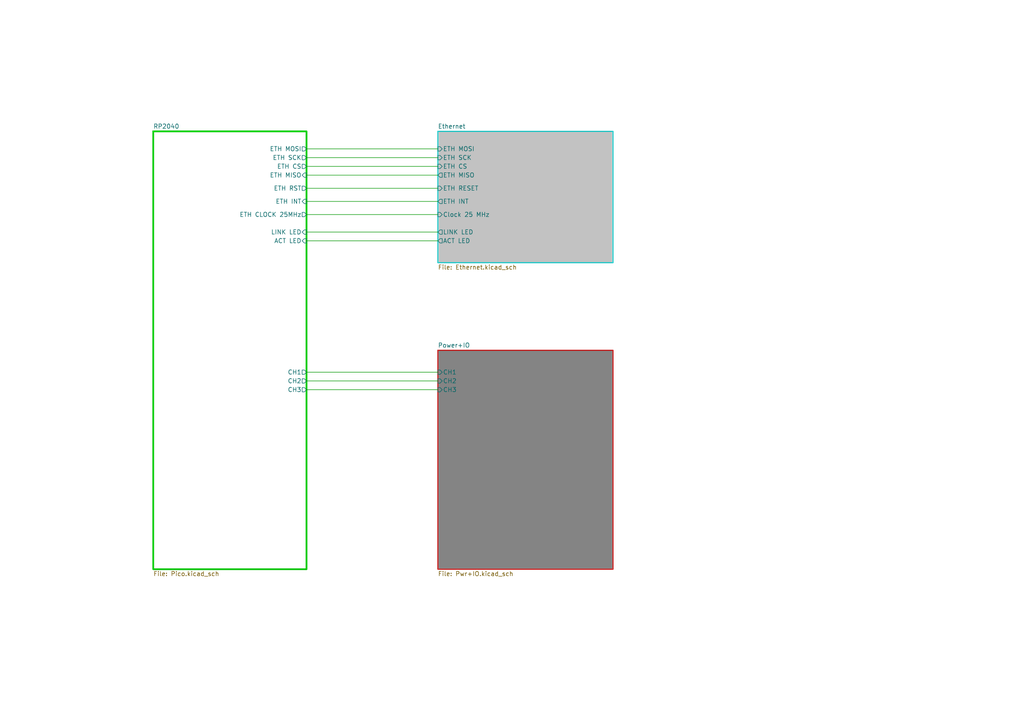
<source format=kicad_sch>
(kicad_sch (version 20230121) (generator eeschema)

  (uuid a2ea94cb-4178-4727-9ac9-0e597b4a505d)

  (paper "A4")

  (lib_symbols
  )


  (wire (pts (xy 88.9 48.26) (xy 127 48.26))
    (stroke (width 0) (type default))
    (uuid 1053f146-4f27-46cb-928d-15f5ac91dfbc)
  )
  (wire (pts (xy 88.9 113.03) (xy 127 113.03))
    (stroke (width 0) (type default))
    (uuid 17090d65-7eb2-4a05-90bd-726d60699187)
  )
  (wire (pts (xy 88.9 67.31) (xy 127 67.31))
    (stroke (width 0) (type default))
    (uuid 28130c5d-94f1-4b59-a9cf-c7a4d356b061)
  )
  (wire (pts (xy 88.9 62.23) (xy 127 62.23))
    (stroke (width 0) (type default))
    (uuid 2d4dade8-38f2-454c-9626-6a073ae3ec47)
  )
  (wire (pts (xy 88.9 58.42) (xy 127 58.42))
    (stroke (width 0) (type default))
    (uuid 5f1b71e6-5fc2-431a-a389-210f86d24c10)
  )
  (wire (pts (xy 88.9 110.49) (xy 127 110.49))
    (stroke (width 0) (type default))
    (uuid 66e07c69-1bff-47c8-aee7-f199799b962a)
  )
  (wire (pts (xy 88.9 107.95) (xy 127 107.95))
    (stroke (width 0) (type default))
    (uuid 855604f0-e876-40a5-b485-b20ee38e48cd)
  )
  (wire (pts (xy 88.9 45.72) (xy 127 45.72))
    (stroke (width 0) (type default))
    (uuid ab7acea7-3957-4835-bf3e-e1e27fcfb5a6)
  )
  (wire (pts (xy 88.9 50.8) (xy 127 50.8))
    (stroke (width 0) (type default))
    (uuid c06ee729-47c4-4d22-b4db-16d76ced38de)
  )
  (wire (pts (xy 88.9 43.18) (xy 127 43.18))
    (stroke (width 0) (type default))
    (uuid cbf095ca-dc8b-49f9-80fd-992a80a1a2a5)
  )
  (wire (pts (xy 88.9 69.85) (xy 127 69.85))
    (stroke (width 0) (type default))
    (uuid f15baf43-8578-45f6-ba62-fc11ecf22d4a)
  )
  (wire (pts (xy 88.9 54.61) (xy 127 54.61))
    (stroke (width 0) (type default))
    (uuid f493e64d-b718-4692-b5fe-e3e611d56924)
  )

  (sheet (at 127 38.1) (size 50.8 38.1) (fields_autoplaced)
    (stroke (width 0.3) (type solid) (color 0 194 194 1))
    (fill (color 194 194 194 1.0000))
    (uuid 5e10769e-2c76-442d-969e-a77f15adcbc3)
    (property "Sheetname" "Ethernet" (at 127 37.3884 0)
      (effects (font (size 1.27 1.27)) (justify left bottom))
    )
    (property "Sheetfile" "Ethernet.kicad_sch" (at 127 76.7846 0)
      (effects (font (size 1.27 1.27)) (justify left top))
    )
    (pin "ETH SCK" input (at 127 45.72 180)
      (effects (font (size 1.27 1.27)) (justify left))
      (uuid 4e875ca2-51e2-41fb-9ac1-d3e52ec64b42)
    )
    (pin "ETH CS" input (at 127 48.26 180)
      (effects (font (size 1.27 1.27)) (justify left))
      (uuid 49c4f3c7-8178-46f5-8012-2c6b8ce6d705)
    )
    (pin "ETH INT" output (at 127 58.42 180)
      (effects (font (size 1.27 1.27)) (justify left))
      (uuid c3e56622-f7f5-4784-aad8-da9b61486247)
    )
    (pin "ETH RESET" input (at 127 54.61 180)
      (effects (font (size 1.27 1.27)) (justify left))
      (uuid 17fab534-59d5-4405-b138-c3ff842972b4)
    )
    (pin "ETH MISO" output (at 127 50.8 180)
      (effects (font (size 1.27 1.27)) (justify left))
      (uuid e2b5baac-93c3-4268-9f1c-a101a99e5350)
    )
    (pin "ETH MOSI" input (at 127 43.18 180)
      (effects (font (size 1.27 1.27)) (justify left))
      (uuid 8ce87696-4f03-4c50-9812-0059c66d4830)
    )
    (pin "Clock 25 MHz" input (at 127 62.23 180)
      (effects (font (size 1.27 1.27)) (justify left))
      (uuid 5ca802b5-5a73-4a10-9138-a794437a5d2c)
    )
    (pin "LINK LED" output (at 127 67.31 180)
      (effects (font (size 1.27 1.27)) (justify left))
      (uuid 71e1bb75-39fb-480a-ba6f-39dd15fa29ab)
    )
    (pin "ACT LED" output (at 127 69.85 180)
      (effects (font (size 1.27 1.27)) (justify left))
      (uuid f538d6e5-3789-407f-8237-8e0f0486e3f0)
    )
    (instances
      (project "Controller"
        (path "/a2ea94cb-4178-4727-9ac9-0e597b4a505d" (page "3"))
      )
    )
  )

  (sheet (at 127 101.6) (size 50.8 63.5) (fields_autoplaced)
    (stroke (width 0.3) (type solid) (color 194 0 0 1))
    (fill (color 132 132 132 1.0000))
    (uuid 7516d84f-d298-4f48-8b5d-a736b2d19d1b)
    (property "Sheetname" "Power+IO" (at 127 100.8884 0)
      (effects (font (size 1.27 1.27)) (justify left bottom))
    )
    (property "Sheetfile" "Pwr+IO.kicad_sch" (at 127 165.6846 0)
      (effects (font (size 1.27 1.27)) (justify left top))
    )
    (pin "CH3" input (at 127 113.03 180)
      (effects (font (size 1.27 1.27)) (justify left))
      (uuid 5fe40b03-bd45-4ea8-9650-9da90ca397f8)
    )
    (pin "CH2" input (at 127 110.49 180)
      (effects (font (size 1.27 1.27)) (justify left))
      (uuid b34d82fc-0057-41bd-9fc6-fb49b9d22768)
    )
    (pin "CH1" input (at 127 107.95 180)
      (effects (font (size 1.27 1.27)) (justify left))
      (uuid 0b08225e-a08e-4090-84ab-10e7b40f96e5)
    )
    (instances
      (project "Controller"
        (path "/a2ea94cb-4178-4727-9ac9-0e597b4a505d" (page "4"))
      )
    )
  )

  (sheet (at 44.45 38.1) (size 44.45 127) (fields_autoplaced)
    (stroke (width 0.5) (type solid) (color 0 194 0 1))
    (fill (color 255 255 255 1.0000))
    (uuid b4def931-2d28-466e-81ae-3813755f1fa9)
    (property "Sheetname" "RP2040" (at 44.45 37.3884 0)
      (effects (font (size 1.27 1.27)) (justify left bottom))
    )
    (property "Sheetfile" "Pico.kicad_sch" (at 44.45 165.6846 0)
      (effects (font (size 1.27 1.27)) (justify left top))
    )
    (pin "CH1" output (at 88.9 107.95 0)
      (effects (font (size 1.27 1.27)) (justify right))
      (uuid 18f09723-559e-40e9-9cc5-91c7d3d35fb2)
    )
    (pin "CH2" output (at 88.9 110.49 0)
      (effects (font (size 1.27 1.27)) (justify right))
      (uuid 6236c421-91a5-48ec-9bb6-a61ee70bc742)
    )
    (pin "CH3" output (at 88.9 113.03 0)
      (effects (font (size 1.27 1.27)) (justify right))
      (uuid 0c37898d-28a1-4522-b8b0-9b479a797393)
    )
    (pin "ETH MOSI" output (at 88.9 43.18 0)
      (effects (font (size 1.27 1.27)) (justify right))
      (uuid 83265b47-2b4f-481a-99dc-ff7b6cdb3356)
    )
    (pin "ETH SCK" output (at 88.9 45.72 0)
      (effects (font (size 1.27 1.27)) (justify right))
      (uuid 2f7b28ef-5e4c-4835-a63b-de3da1d276cd)
    )
    (pin "ETH CS" output (at 88.9 48.26 0)
      (effects (font (size 1.27 1.27)) (justify right))
      (uuid 90d9d6a3-5dc1-4a91-9165-1f19be8a697f)
    )
    (pin "ETH MISO" input (at 88.9 50.8 0)
      (effects (font (size 1.27 1.27)) (justify right))
      (uuid a1a96306-3d43-429a-848e-710b3eebfe2a)
    )
    (pin "ETH RST" output (at 88.9 54.61 0)
      (effects (font (size 1.27 1.27)) (justify right))
      (uuid 9b65c3c7-43e6-4477-b13b-f4e57264c242)
    )
    (pin "ETH INT" input (at 88.9 58.42 0)
      (effects (font (size 1.27 1.27)) (justify right))
      (uuid ac521761-86a0-4d0a-88d4-0d7d77425b9d)
    )
    (pin "ETH CLOCK 25MHz" output (at 88.9 62.23 0)
      (effects (font (size 1.27 1.27)) (justify right))
      (uuid 79cdb78c-9232-4947-876c-88138261d8c1)
    )
    (pin "ACT LED" input (at 88.9 69.85 0)
      (effects (font (size 1.27 1.27)) (justify right))
      (uuid ba250986-9f91-46fe-ae63-fd3fe2c24972)
    )
    (pin "LINK LED" input (at 88.9 67.31 0)
      (effects (font (size 1.27 1.27)) (justify right))
      (uuid 3c1bd96e-8fa7-46df-aa50-888779201a18)
    )
    (instances
      (project "Controller"
        (path "/a2ea94cb-4178-4727-9ac9-0e597b4a505d" (page "2"))
      )
    )
  )

  (sheet_instances
    (path "/" (page "1"))
  )
)

</source>
